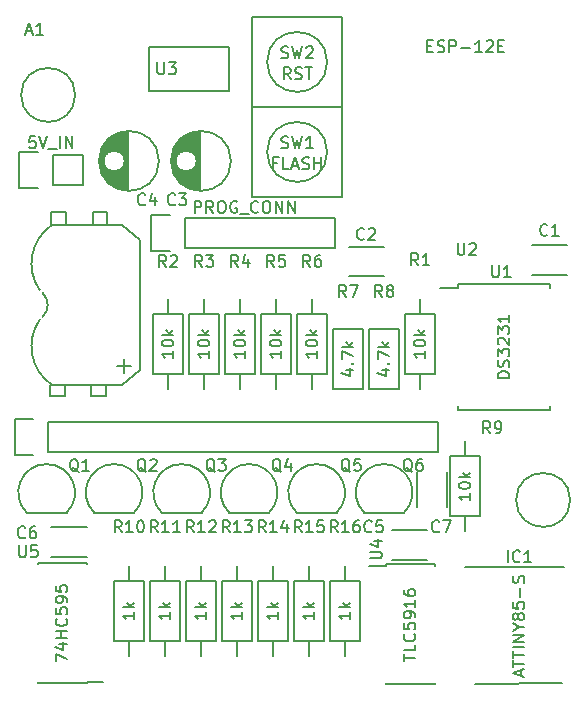
<source format=gbr>
G04 #@! TF.FileFunction,Legend,Top*
%FSLAX46Y46*%
G04 Gerber Fmt 4.6, Leading zero omitted, Abs format (unit mm)*
G04 Created by KiCad (PCBNEW 4.0.2-stable) date Monday, September 19, 2016 'PMt' 09:37:39 PM*
%MOMM*%
G01*
G04 APERTURE LIST*
%ADD10C,0.100000*%
%ADD11C,0.200000*%
%ADD12C,0.150000*%
G04 APERTURE END LIST*
D10*
D11*
X122602714Y-91124067D02*
X123078905Y-91124067D01*
X122507476Y-91409781D02*
X122840809Y-90409781D01*
X123174143Y-91409781D01*
X124031286Y-91409781D02*
X123459857Y-91409781D01*
X123745571Y-91409781D02*
X123745571Y-90409781D01*
X123650333Y-90552638D01*
X123555095Y-90647876D01*
X123459857Y-90695495D01*
D12*
X125978980Y-106420920D02*
X125978980Y-107421680D01*
X124729300Y-106420920D02*
X125978980Y-106420920D01*
X124729300Y-107421680D02*
X124729300Y-106420920D01*
X129479100Y-106420920D02*
X129479100Y-107421680D01*
X129230180Y-106420920D02*
X129479100Y-106420920D01*
X128229420Y-106420920D02*
X129230180Y-106420920D01*
X128229420Y-107421680D02*
X128229420Y-106420920D01*
X125851980Y-121048780D02*
X125851980Y-122049540D01*
X125851980Y-122049540D02*
X124851220Y-122049540D01*
X124851220Y-122049540D02*
X124602300Y-122049540D01*
X124602300Y-122049540D02*
X124602300Y-121048780D01*
X129352100Y-121048780D02*
X129352100Y-122049540D01*
X129352100Y-122049540D02*
X128102420Y-122049540D01*
X128102420Y-122049540D02*
X128102420Y-121048780D01*
X124005400Y-115300760D02*
G75*
G03X124005400Y-113299240I-1000760J1000760D01*
G01*
X126753680Y-107551220D02*
X124752160Y-107551220D01*
X126753680Y-121048780D02*
X124752160Y-121048780D01*
X124752160Y-121048780D02*
G75*
G02X123751400Y-115547140I2250440J3251200D01*
G01*
X124752160Y-107548680D02*
G75*
G03X123751400Y-113050320I2250440J-3251200D01*
G01*
X132252780Y-119799100D02*
X130754180Y-121048780D01*
X130754180Y-121048780D02*
X126753680Y-121048780D01*
X132252780Y-119799100D02*
X132252780Y-108800900D01*
X132252780Y-108800900D02*
X130754180Y-107551220D01*
X130754180Y-107551220D02*
X126753680Y-107551220D01*
X168656000Y-130810000D02*
G75*
G03X168656000Y-130810000I-2286000J0D01*
G01*
X160629600Y-146354800D02*
X167995600Y-146304000D01*
X160680400Y-136448800D02*
X159715200Y-136448800D01*
X160680400Y-136448800D02*
X168148000Y-136448800D01*
X165398000Y-109240000D02*
X168398000Y-109240000D01*
X168398000Y-111740000D02*
X165398000Y-111740000D01*
X149904000Y-109367000D02*
X152904000Y-109367000D01*
X152904000Y-111867000D02*
X149904000Y-111867000D01*
X137319000Y-104607000D02*
X137319000Y-99609000D01*
X137179000Y-104599000D02*
X137179000Y-99617000D01*
X137039000Y-104583000D02*
X137039000Y-102203000D01*
X137039000Y-102013000D02*
X137039000Y-99633000D01*
X136899000Y-104559000D02*
X136899000Y-102598000D01*
X136899000Y-101618000D02*
X136899000Y-99657000D01*
X136759000Y-104526000D02*
X136759000Y-102765000D01*
X136759000Y-101451000D02*
X136759000Y-99690000D01*
X136619000Y-104485000D02*
X136619000Y-102872000D01*
X136619000Y-101344000D02*
X136619000Y-99731000D01*
X136479000Y-104435000D02*
X136479000Y-102943000D01*
X136479000Y-101273000D02*
X136479000Y-99781000D01*
X136339000Y-104374000D02*
X136339000Y-102987000D01*
X136339000Y-101229000D02*
X136339000Y-99842000D01*
X136199000Y-104304000D02*
X136199000Y-103006000D01*
X136199000Y-101210000D02*
X136199000Y-99912000D01*
X136059000Y-104222000D02*
X136059000Y-103004000D01*
X136059000Y-101212000D02*
X136059000Y-99994000D01*
X135919000Y-104127000D02*
X135919000Y-102979000D01*
X135919000Y-101237000D02*
X135919000Y-100089000D01*
X135779000Y-104016000D02*
X135779000Y-102931000D01*
X135779000Y-101285000D02*
X135779000Y-100200000D01*
X135639000Y-103888000D02*
X135639000Y-102853000D01*
X135639000Y-101363000D02*
X135639000Y-100328000D01*
X135499000Y-103739000D02*
X135499000Y-102736000D01*
X135499000Y-101480000D02*
X135499000Y-100477000D01*
X135359000Y-103560000D02*
X135359000Y-102548000D01*
X135359000Y-101668000D02*
X135359000Y-100656000D01*
X135219000Y-103341000D02*
X135219000Y-100875000D01*
X135079000Y-103052000D02*
X135079000Y-101164000D01*
X134939000Y-102580000D02*
X134939000Y-101636000D01*
X137044000Y-102108000D02*
G75*
G03X137044000Y-102108000I-900000J0D01*
G01*
X139931500Y-102108000D02*
G75*
G03X139931500Y-102108000I-2537500J0D01*
G01*
X131223000Y-104607000D02*
X131223000Y-99609000D01*
X131083000Y-104599000D02*
X131083000Y-99617000D01*
X130943000Y-104583000D02*
X130943000Y-102203000D01*
X130943000Y-102013000D02*
X130943000Y-99633000D01*
X130803000Y-104559000D02*
X130803000Y-102598000D01*
X130803000Y-101618000D02*
X130803000Y-99657000D01*
X130663000Y-104526000D02*
X130663000Y-102765000D01*
X130663000Y-101451000D02*
X130663000Y-99690000D01*
X130523000Y-104485000D02*
X130523000Y-102872000D01*
X130523000Y-101344000D02*
X130523000Y-99731000D01*
X130383000Y-104435000D02*
X130383000Y-102943000D01*
X130383000Y-101273000D02*
X130383000Y-99781000D01*
X130243000Y-104374000D02*
X130243000Y-102987000D01*
X130243000Y-101229000D02*
X130243000Y-99842000D01*
X130103000Y-104304000D02*
X130103000Y-103006000D01*
X130103000Y-101210000D02*
X130103000Y-99912000D01*
X129963000Y-104222000D02*
X129963000Y-103004000D01*
X129963000Y-101212000D02*
X129963000Y-99994000D01*
X129823000Y-104127000D02*
X129823000Y-102979000D01*
X129823000Y-101237000D02*
X129823000Y-100089000D01*
X129683000Y-104016000D02*
X129683000Y-102931000D01*
X129683000Y-101285000D02*
X129683000Y-100200000D01*
X129543000Y-103888000D02*
X129543000Y-102853000D01*
X129543000Y-101363000D02*
X129543000Y-100328000D01*
X129403000Y-103739000D02*
X129403000Y-102736000D01*
X129403000Y-101480000D02*
X129403000Y-100477000D01*
X129263000Y-103560000D02*
X129263000Y-102548000D01*
X129263000Y-101668000D02*
X129263000Y-100656000D01*
X129123000Y-103341000D02*
X129123000Y-100875000D01*
X128983000Y-103052000D02*
X128983000Y-101164000D01*
X128843000Y-102580000D02*
X128843000Y-101636000D01*
X130948000Y-102108000D02*
G75*
G03X130948000Y-102108000I-900000J0D01*
G01*
X133835500Y-102108000D02*
G75*
G03X133835500Y-102108000I-2537500J0D01*
G01*
X153547000Y-133370000D02*
X156547000Y-133370000D01*
X156547000Y-135870000D02*
X153547000Y-135870000D01*
X124718000Y-133116000D02*
X127718000Y-133116000D01*
X127718000Y-135616000D02*
X124718000Y-135616000D01*
X155722000Y-131441000D02*
X155722000Y-128441000D01*
X158222000Y-128441000D02*
X158222000Y-131441000D01*
X124841000Y-101600000D02*
X127381000Y-101600000D01*
X122021000Y-101320000D02*
X123571000Y-101320000D01*
X124841000Y-101600000D02*
X124841000Y-104140000D01*
X123571000Y-104420000D02*
X122021000Y-104420000D01*
X122021000Y-104420000D02*
X122021000Y-101320000D01*
X124841000Y-104140000D02*
X127381000Y-104140000D01*
X127381000Y-104140000D02*
X127381000Y-101600000D01*
X136017000Y-106934000D02*
X148717000Y-106934000D01*
X148717000Y-106934000D02*
X148717000Y-109474000D01*
X148717000Y-109474000D02*
X136017000Y-109474000D01*
X133197000Y-106654000D02*
X134747000Y-106654000D01*
X136017000Y-106934000D02*
X136017000Y-109474000D01*
X134747000Y-109754000D02*
X133197000Y-109754000D01*
X133197000Y-109754000D02*
X133197000Y-106654000D01*
X124460000Y-126746000D02*
X157480000Y-126746000D01*
X157480000Y-126746000D02*
X157480000Y-124206000D01*
X157480000Y-124206000D02*
X124460000Y-124206000D01*
X121640000Y-123926000D02*
X123190000Y-123926000D01*
X124460000Y-124206000D02*
X124460000Y-126746000D01*
X123190000Y-127026000D02*
X121640000Y-127026000D01*
X121640000Y-127026000D02*
X121640000Y-123926000D01*
X122633000Y-131875000D02*
X126033000Y-131875000D01*
X122635944Y-131872056D02*
G75*
G02X124333000Y-127775000I1697056J1697056D01*
G01*
X126030056Y-131872056D02*
G75*
G03X124333000Y-127775000I-1697056J1697056D01*
G01*
X128348000Y-131875000D02*
X131748000Y-131875000D01*
X128350944Y-131872056D02*
G75*
G02X130048000Y-127775000I1697056J1697056D01*
G01*
X131745056Y-131872056D02*
G75*
G03X130048000Y-127775000I-1697056J1697056D01*
G01*
X134063000Y-131875000D02*
X137463000Y-131875000D01*
X134065944Y-131872056D02*
G75*
G02X135763000Y-127775000I1697056J1697056D01*
G01*
X137460056Y-131872056D02*
G75*
G03X135763000Y-127775000I-1697056J1697056D01*
G01*
X139778000Y-131875000D02*
X143178000Y-131875000D01*
X139780944Y-131872056D02*
G75*
G02X141478000Y-127775000I1697056J1697056D01*
G01*
X143175056Y-131872056D02*
G75*
G03X141478000Y-127775000I-1697056J1697056D01*
G01*
X145493000Y-131875000D02*
X148893000Y-131875000D01*
X145495944Y-131872056D02*
G75*
G02X147193000Y-127775000I1697056J1697056D01*
G01*
X148890056Y-131872056D02*
G75*
G03X147193000Y-127775000I-1697056J1697056D01*
G01*
X151208000Y-131875000D02*
X154608000Y-131875000D01*
X151210944Y-131872056D02*
G75*
G02X152908000Y-127775000I1697056J1697056D01*
G01*
X154605056Y-131872056D02*
G75*
G03X152908000Y-127775000I-1697056J1697056D01*
G01*
X154686000Y-120142000D02*
X154686000Y-115062000D01*
X154686000Y-115062000D02*
X157226000Y-115062000D01*
X157226000Y-115062000D02*
X157226000Y-120142000D01*
X157226000Y-120142000D02*
X154686000Y-120142000D01*
X155956000Y-120142000D02*
X155956000Y-121412000D01*
X155956000Y-115062000D02*
X155956000Y-113792000D01*
X133350000Y-120142000D02*
X133350000Y-115062000D01*
X133350000Y-115062000D02*
X135890000Y-115062000D01*
X135890000Y-115062000D02*
X135890000Y-120142000D01*
X135890000Y-120142000D02*
X133350000Y-120142000D01*
X134620000Y-120142000D02*
X134620000Y-121412000D01*
X134620000Y-115062000D02*
X134620000Y-113792000D01*
X136398000Y-120142000D02*
X136398000Y-115062000D01*
X136398000Y-115062000D02*
X138938000Y-115062000D01*
X138938000Y-115062000D02*
X138938000Y-120142000D01*
X138938000Y-120142000D02*
X136398000Y-120142000D01*
X137668000Y-120142000D02*
X137668000Y-121412000D01*
X137668000Y-115062000D02*
X137668000Y-113792000D01*
X139446000Y-120142000D02*
X139446000Y-115062000D01*
X139446000Y-115062000D02*
X141986000Y-115062000D01*
X141986000Y-115062000D02*
X141986000Y-120142000D01*
X141986000Y-120142000D02*
X139446000Y-120142000D01*
X140716000Y-120142000D02*
X140716000Y-121412000D01*
X140716000Y-115062000D02*
X140716000Y-113792000D01*
X142494000Y-120142000D02*
X142494000Y-115062000D01*
X142494000Y-115062000D02*
X145034000Y-115062000D01*
X145034000Y-115062000D02*
X145034000Y-120142000D01*
X145034000Y-120142000D02*
X142494000Y-120142000D01*
X143764000Y-120142000D02*
X143764000Y-121412000D01*
X143764000Y-115062000D02*
X143764000Y-113792000D01*
X145542000Y-120142000D02*
X145542000Y-115062000D01*
X145542000Y-115062000D02*
X148082000Y-115062000D01*
X148082000Y-115062000D02*
X148082000Y-120142000D01*
X148082000Y-120142000D02*
X145542000Y-120142000D01*
X146812000Y-120142000D02*
X146812000Y-121412000D01*
X146812000Y-115062000D02*
X146812000Y-113792000D01*
X148590000Y-121412000D02*
X148590000Y-116332000D01*
X148590000Y-116332000D02*
X151130000Y-116332000D01*
X151130000Y-116332000D02*
X151130000Y-121412000D01*
X151130000Y-121412000D02*
X148590000Y-121412000D01*
X151638000Y-121412000D02*
X151638000Y-116332000D01*
X151638000Y-116332000D02*
X154178000Y-116332000D01*
X154178000Y-116332000D02*
X154178000Y-121412000D01*
X154178000Y-121412000D02*
X151638000Y-121412000D01*
X161036000Y-127127000D02*
X161036000Y-132207000D01*
X161036000Y-132207000D02*
X158496000Y-132207000D01*
X158496000Y-132207000D02*
X158496000Y-127127000D01*
X158496000Y-127127000D02*
X161036000Y-127127000D01*
X159766000Y-127127000D02*
X159766000Y-125857000D01*
X159766000Y-132207000D02*
X159766000Y-133477000D01*
X130048000Y-142748000D02*
X130048000Y-137668000D01*
X130048000Y-137668000D02*
X132588000Y-137668000D01*
X132588000Y-137668000D02*
X132588000Y-142748000D01*
X132588000Y-142748000D02*
X130048000Y-142748000D01*
X131318000Y-142748000D02*
X131318000Y-144018000D01*
X131318000Y-137668000D02*
X131318000Y-136398000D01*
X135636000Y-137668000D02*
X135636000Y-142748000D01*
X135636000Y-142748000D02*
X133096000Y-142748000D01*
X133096000Y-142748000D02*
X133096000Y-137668000D01*
X133096000Y-137668000D02*
X135636000Y-137668000D01*
X134366000Y-137668000D02*
X134366000Y-136398000D01*
X134366000Y-142748000D02*
X134366000Y-144018000D01*
X138684000Y-137668000D02*
X138684000Y-142748000D01*
X138684000Y-142748000D02*
X136144000Y-142748000D01*
X136144000Y-142748000D02*
X136144000Y-137668000D01*
X136144000Y-137668000D02*
X138684000Y-137668000D01*
X137414000Y-137668000D02*
X137414000Y-136398000D01*
X137414000Y-142748000D02*
X137414000Y-144018000D01*
X141732000Y-137668000D02*
X141732000Y-142748000D01*
X141732000Y-142748000D02*
X139192000Y-142748000D01*
X139192000Y-142748000D02*
X139192000Y-137668000D01*
X139192000Y-137668000D02*
X141732000Y-137668000D01*
X140462000Y-137668000D02*
X140462000Y-136398000D01*
X140462000Y-142748000D02*
X140462000Y-144018000D01*
X144780000Y-137668000D02*
X144780000Y-142748000D01*
X144780000Y-142748000D02*
X142240000Y-142748000D01*
X142240000Y-142748000D02*
X142240000Y-137668000D01*
X142240000Y-137668000D02*
X144780000Y-137668000D01*
X143510000Y-137668000D02*
X143510000Y-136398000D01*
X143510000Y-142748000D02*
X143510000Y-144018000D01*
X147828000Y-137668000D02*
X147828000Y-142748000D01*
X147828000Y-142748000D02*
X145288000Y-142748000D01*
X145288000Y-142748000D02*
X145288000Y-137668000D01*
X145288000Y-137668000D02*
X147828000Y-137668000D01*
X146558000Y-137668000D02*
X146558000Y-136398000D01*
X146558000Y-142748000D02*
X146558000Y-144018000D01*
X150876000Y-137668000D02*
X150876000Y-142748000D01*
X150876000Y-142748000D02*
X148336000Y-142748000D01*
X148336000Y-142748000D02*
X148336000Y-137668000D01*
X148336000Y-137668000D02*
X150876000Y-137668000D01*
X149606000Y-137668000D02*
X149606000Y-136398000D01*
X149606000Y-142748000D02*
X149606000Y-144018000D01*
X148082000Y-101346000D02*
G75*
G03X148082000Y-101346000I-2540000J0D01*
G01*
X141732000Y-97536000D02*
X149352000Y-97536000D01*
X149352000Y-97536000D02*
X149352000Y-105156000D01*
X149352000Y-105156000D02*
X141732000Y-105156000D01*
X141732000Y-97536000D02*
X141732000Y-105156000D01*
X148082000Y-93726000D02*
G75*
G03X148082000Y-93726000I-2540000J0D01*
G01*
X141732000Y-89916000D02*
X149352000Y-89916000D01*
X149352000Y-89916000D02*
X149352000Y-97536000D01*
X149352000Y-97536000D02*
X141732000Y-97536000D01*
X141732000Y-89916000D02*
X141732000Y-97536000D01*
X159193000Y-112531000D02*
X159193000Y-112886000D01*
X166943000Y-112531000D02*
X166943000Y-112886000D01*
X166943000Y-123181000D02*
X166943000Y-122826000D01*
X159193000Y-123181000D02*
X159193000Y-122826000D01*
X159193000Y-112531000D02*
X166943000Y-112531000D01*
X159193000Y-123181000D02*
X166943000Y-123181000D01*
X159193000Y-112886000D02*
X157668000Y-112886000D01*
X153025000Y-136276000D02*
X153025000Y-136381000D01*
X157175000Y-136276000D02*
X157175000Y-136381000D01*
X157175000Y-146426000D02*
X157175000Y-146321000D01*
X153025000Y-146426000D02*
X153025000Y-146321000D01*
X153025000Y-136276000D02*
X157175000Y-136276000D01*
X153025000Y-146426000D02*
X157175000Y-146426000D01*
X153025000Y-136381000D02*
X151650000Y-136381000D01*
X127711000Y-146299000D02*
X127711000Y-146194000D01*
X123561000Y-146299000D02*
X123561000Y-146194000D01*
X123561000Y-136149000D02*
X123561000Y-136254000D01*
X127711000Y-136149000D02*
X127711000Y-136254000D01*
X127711000Y-146299000D02*
X123561000Y-146299000D01*
X127711000Y-136149000D02*
X123561000Y-136149000D01*
X127711000Y-146194000D02*
X129086000Y-146194000D01*
X139734000Y-92459000D02*
X139734000Y-96159000D01*
X133034000Y-92459000D02*
X139734000Y-92459000D01*
X133034000Y-96159000D02*
X133034000Y-92459000D01*
X133034000Y-96159000D02*
X139734000Y-96159000D01*
X126746000Y-96520000D02*
G75*
G03X126746000Y-96520000I-2286000J0D01*
G01*
X130908757Y-120079951D02*
X130908757Y-118918808D01*
X131489329Y-119499379D02*
X130328186Y-119499379D01*
X163361810Y-136088381D02*
X163361810Y-135088381D01*
X164409429Y-135993143D02*
X164361810Y-136040762D01*
X164218953Y-136088381D01*
X164123715Y-136088381D01*
X163980857Y-136040762D01*
X163885619Y-135945524D01*
X163838000Y-135850286D01*
X163790381Y-135659810D01*
X163790381Y-135516952D01*
X163838000Y-135326476D01*
X163885619Y-135231238D01*
X163980857Y-135136000D01*
X164123715Y-135088381D01*
X164218953Y-135088381D01*
X164361810Y-135136000D01*
X164409429Y-135183619D01*
X165361810Y-136088381D02*
X164790381Y-136088381D01*
X165076095Y-136088381D02*
X165076095Y-135088381D01*
X164980857Y-135231238D01*
X164885619Y-135326476D01*
X164790381Y-135374095D01*
X164504667Y-145716095D02*
X164504667Y-145239904D01*
X164790381Y-145811333D02*
X163790381Y-145478000D01*
X164790381Y-145144666D01*
X163790381Y-144954190D02*
X163790381Y-144382761D01*
X164790381Y-144668476D02*
X163790381Y-144668476D01*
X163790381Y-144192285D02*
X163790381Y-143620856D01*
X164790381Y-143906571D02*
X163790381Y-143906571D01*
X164790381Y-143287523D02*
X163790381Y-143287523D01*
X164790381Y-142811333D02*
X163790381Y-142811333D01*
X164790381Y-142239904D01*
X163790381Y-142239904D01*
X164314190Y-141573238D02*
X164790381Y-141573238D01*
X163790381Y-141906571D02*
X164314190Y-141573238D01*
X163790381Y-141239904D01*
X164218952Y-140763714D02*
X164171333Y-140858952D01*
X164123714Y-140906571D01*
X164028476Y-140954190D01*
X163980857Y-140954190D01*
X163885619Y-140906571D01*
X163838000Y-140858952D01*
X163790381Y-140763714D01*
X163790381Y-140573237D01*
X163838000Y-140477999D01*
X163885619Y-140430380D01*
X163980857Y-140382761D01*
X164028476Y-140382761D01*
X164123714Y-140430380D01*
X164171333Y-140477999D01*
X164218952Y-140573237D01*
X164218952Y-140763714D01*
X164266571Y-140858952D01*
X164314190Y-140906571D01*
X164409429Y-140954190D01*
X164599905Y-140954190D01*
X164695143Y-140906571D01*
X164742762Y-140858952D01*
X164790381Y-140763714D01*
X164790381Y-140573237D01*
X164742762Y-140477999D01*
X164695143Y-140430380D01*
X164599905Y-140382761D01*
X164409429Y-140382761D01*
X164314190Y-140430380D01*
X164266571Y-140477999D01*
X164218952Y-140573237D01*
X163790381Y-139477999D02*
X163790381Y-139954190D01*
X164266571Y-140001809D01*
X164218952Y-139954190D01*
X164171333Y-139858952D01*
X164171333Y-139620856D01*
X164218952Y-139525618D01*
X164266571Y-139477999D01*
X164361810Y-139430380D01*
X164599905Y-139430380D01*
X164695143Y-139477999D01*
X164742762Y-139525618D01*
X164790381Y-139620856D01*
X164790381Y-139858952D01*
X164742762Y-139954190D01*
X164695143Y-140001809D01*
X164409429Y-139001809D02*
X164409429Y-138239904D01*
X164742762Y-137811333D02*
X164790381Y-137668476D01*
X164790381Y-137430380D01*
X164742762Y-137335142D01*
X164695143Y-137287523D01*
X164599905Y-137239904D01*
X164504667Y-137239904D01*
X164409429Y-137287523D01*
X164361810Y-137335142D01*
X164314190Y-137430380D01*
X164266571Y-137620857D01*
X164218952Y-137716095D01*
X164171333Y-137763714D01*
X164076095Y-137811333D01*
X163980857Y-137811333D01*
X163885619Y-137763714D01*
X163838000Y-137716095D01*
X163790381Y-137620857D01*
X163790381Y-137382761D01*
X163838000Y-137239904D01*
X166731334Y-108347143D02*
X166683715Y-108394762D01*
X166540858Y-108442381D01*
X166445620Y-108442381D01*
X166302762Y-108394762D01*
X166207524Y-108299524D01*
X166159905Y-108204286D01*
X166112286Y-108013810D01*
X166112286Y-107870952D01*
X166159905Y-107680476D01*
X166207524Y-107585238D01*
X166302762Y-107490000D01*
X166445620Y-107442381D01*
X166540858Y-107442381D01*
X166683715Y-107490000D01*
X166731334Y-107537619D01*
X167683715Y-108442381D02*
X167112286Y-108442381D01*
X167398000Y-108442381D02*
X167398000Y-107442381D01*
X167302762Y-107585238D01*
X167207524Y-107680476D01*
X167112286Y-107728095D01*
X151217334Y-108688143D02*
X151169715Y-108735762D01*
X151026858Y-108783381D01*
X150931620Y-108783381D01*
X150788762Y-108735762D01*
X150693524Y-108640524D01*
X150645905Y-108545286D01*
X150598286Y-108354810D01*
X150598286Y-108211952D01*
X150645905Y-108021476D01*
X150693524Y-107926238D01*
X150788762Y-107831000D01*
X150931620Y-107783381D01*
X151026858Y-107783381D01*
X151169715Y-107831000D01*
X151217334Y-107878619D01*
X151598286Y-107878619D02*
X151645905Y-107831000D01*
X151741143Y-107783381D01*
X151979239Y-107783381D01*
X152074477Y-107831000D01*
X152122096Y-107878619D01*
X152169715Y-107973857D01*
X152169715Y-108069095D01*
X152122096Y-108211952D01*
X151550667Y-108783381D01*
X152169715Y-108783381D01*
X135215334Y-105767143D02*
X135167715Y-105814762D01*
X135024858Y-105862381D01*
X134929620Y-105862381D01*
X134786762Y-105814762D01*
X134691524Y-105719524D01*
X134643905Y-105624286D01*
X134596286Y-105433810D01*
X134596286Y-105290952D01*
X134643905Y-105100476D01*
X134691524Y-105005238D01*
X134786762Y-104910000D01*
X134929620Y-104862381D01*
X135024858Y-104862381D01*
X135167715Y-104910000D01*
X135215334Y-104957619D01*
X135548667Y-104862381D02*
X136167715Y-104862381D01*
X135834381Y-105243333D01*
X135977239Y-105243333D01*
X136072477Y-105290952D01*
X136120096Y-105338571D01*
X136167715Y-105433810D01*
X136167715Y-105671905D01*
X136120096Y-105767143D01*
X136072477Y-105814762D01*
X135977239Y-105862381D01*
X135691524Y-105862381D01*
X135596286Y-105814762D01*
X135548667Y-105767143D01*
X132675334Y-105767143D02*
X132627715Y-105814762D01*
X132484858Y-105862381D01*
X132389620Y-105862381D01*
X132246762Y-105814762D01*
X132151524Y-105719524D01*
X132103905Y-105624286D01*
X132056286Y-105433810D01*
X132056286Y-105290952D01*
X132103905Y-105100476D01*
X132151524Y-105005238D01*
X132246762Y-104910000D01*
X132389620Y-104862381D01*
X132484858Y-104862381D01*
X132627715Y-104910000D01*
X132675334Y-104957619D01*
X133532477Y-105195714D02*
X133532477Y-105862381D01*
X133294381Y-104814762D02*
X133056286Y-105529048D01*
X133675334Y-105529048D01*
X151852334Y-133453143D02*
X151804715Y-133500762D01*
X151661858Y-133548381D01*
X151566620Y-133548381D01*
X151423762Y-133500762D01*
X151328524Y-133405524D01*
X151280905Y-133310286D01*
X151233286Y-133119810D01*
X151233286Y-132976952D01*
X151280905Y-132786476D01*
X151328524Y-132691238D01*
X151423762Y-132596000D01*
X151566620Y-132548381D01*
X151661858Y-132548381D01*
X151804715Y-132596000D01*
X151852334Y-132643619D01*
X152757096Y-132548381D02*
X152280905Y-132548381D01*
X152233286Y-133024571D01*
X152280905Y-132976952D01*
X152376143Y-132929333D01*
X152614239Y-132929333D01*
X152709477Y-132976952D01*
X152757096Y-133024571D01*
X152804715Y-133119810D01*
X152804715Y-133357905D01*
X152757096Y-133453143D01*
X152709477Y-133500762D01*
X152614239Y-133548381D01*
X152376143Y-133548381D01*
X152280905Y-133500762D01*
X152233286Y-133453143D01*
X122515334Y-133961143D02*
X122467715Y-134008762D01*
X122324858Y-134056381D01*
X122229620Y-134056381D01*
X122086762Y-134008762D01*
X121991524Y-133913524D01*
X121943905Y-133818286D01*
X121896286Y-133627810D01*
X121896286Y-133484952D01*
X121943905Y-133294476D01*
X121991524Y-133199238D01*
X122086762Y-133104000D01*
X122229620Y-133056381D01*
X122324858Y-133056381D01*
X122467715Y-133104000D01*
X122515334Y-133151619D01*
X123372477Y-133056381D02*
X123182000Y-133056381D01*
X123086762Y-133104000D01*
X123039143Y-133151619D01*
X122943905Y-133294476D01*
X122896286Y-133484952D01*
X122896286Y-133865905D01*
X122943905Y-133961143D01*
X122991524Y-134008762D01*
X123086762Y-134056381D01*
X123277239Y-134056381D01*
X123372477Y-134008762D01*
X123420096Y-133961143D01*
X123467715Y-133865905D01*
X123467715Y-133627810D01*
X123420096Y-133532571D01*
X123372477Y-133484952D01*
X123277239Y-133437333D01*
X123086762Y-133437333D01*
X122991524Y-133484952D01*
X122943905Y-133532571D01*
X122896286Y-133627810D01*
X157567334Y-133453143D02*
X157519715Y-133500762D01*
X157376858Y-133548381D01*
X157281620Y-133548381D01*
X157138762Y-133500762D01*
X157043524Y-133405524D01*
X156995905Y-133310286D01*
X156948286Y-133119810D01*
X156948286Y-132976952D01*
X156995905Y-132786476D01*
X157043524Y-132691238D01*
X157138762Y-132596000D01*
X157281620Y-132548381D01*
X157376858Y-132548381D01*
X157519715Y-132596000D01*
X157567334Y-132643619D01*
X157900667Y-132548381D02*
X158567334Y-132548381D01*
X158138762Y-133548381D01*
X123380667Y-100036381D02*
X122904476Y-100036381D01*
X122856857Y-100512571D01*
X122904476Y-100464952D01*
X122999714Y-100417333D01*
X123237810Y-100417333D01*
X123333048Y-100464952D01*
X123380667Y-100512571D01*
X123428286Y-100607810D01*
X123428286Y-100845905D01*
X123380667Y-100941143D01*
X123333048Y-100988762D01*
X123237810Y-101036381D01*
X122999714Y-101036381D01*
X122904476Y-100988762D01*
X122856857Y-100941143D01*
X123714000Y-100036381D02*
X124047333Y-101036381D01*
X124380667Y-100036381D01*
X124475905Y-101131619D02*
X125237810Y-101131619D01*
X125475905Y-101036381D02*
X125475905Y-100036381D01*
X125952095Y-101036381D02*
X125952095Y-100036381D01*
X126523524Y-101036381D01*
X126523524Y-100036381D01*
X136858905Y-106497381D02*
X136858905Y-105497381D01*
X137239858Y-105497381D01*
X137335096Y-105545000D01*
X137382715Y-105592619D01*
X137430334Y-105687857D01*
X137430334Y-105830714D01*
X137382715Y-105925952D01*
X137335096Y-105973571D01*
X137239858Y-106021190D01*
X136858905Y-106021190D01*
X138430334Y-106497381D02*
X138097000Y-106021190D01*
X137858905Y-106497381D02*
X137858905Y-105497381D01*
X138239858Y-105497381D01*
X138335096Y-105545000D01*
X138382715Y-105592619D01*
X138430334Y-105687857D01*
X138430334Y-105830714D01*
X138382715Y-105925952D01*
X138335096Y-105973571D01*
X138239858Y-106021190D01*
X137858905Y-106021190D01*
X139049381Y-105497381D02*
X139239858Y-105497381D01*
X139335096Y-105545000D01*
X139430334Y-105640238D01*
X139477953Y-105830714D01*
X139477953Y-106164048D01*
X139430334Y-106354524D01*
X139335096Y-106449762D01*
X139239858Y-106497381D01*
X139049381Y-106497381D01*
X138954143Y-106449762D01*
X138858905Y-106354524D01*
X138811286Y-106164048D01*
X138811286Y-105830714D01*
X138858905Y-105640238D01*
X138954143Y-105545000D01*
X139049381Y-105497381D01*
X140430334Y-105545000D02*
X140335096Y-105497381D01*
X140192239Y-105497381D01*
X140049381Y-105545000D01*
X139954143Y-105640238D01*
X139906524Y-105735476D01*
X139858905Y-105925952D01*
X139858905Y-106068810D01*
X139906524Y-106259286D01*
X139954143Y-106354524D01*
X140049381Y-106449762D01*
X140192239Y-106497381D01*
X140287477Y-106497381D01*
X140430334Y-106449762D01*
X140477953Y-106402143D01*
X140477953Y-106068810D01*
X140287477Y-106068810D01*
X140668429Y-106592619D02*
X141430334Y-106592619D01*
X142239858Y-106402143D02*
X142192239Y-106449762D01*
X142049382Y-106497381D01*
X141954144Y-106497381D01*
X141811286Y-106449762D01*
X141716048Y-106354524D01*
X141668429Y-106259286D01*
X141620810Y-106068810D01*
X141620810Y-105925952D01*
X141668429Y-105735476D01*
X141716048Y-105640238D01*
X141811286Y-105545000D01*
X141954144Y-105497381D01*
X142049382Y-105497381D01*
X142192239Y-105545000D01*
X142239858Y-105592619D01*
X142858905Y-105497381D02*
X143049382Y-105497381D01*
X143144620Y-105545000D01*
X143239858Y-105640238D01*
X143287477Y-105830714D01*
X143287477Y-106164048D01*
X143239858Y-106354524D01*
X143144620Y-106449762D01*
X143049382Y-106497381D01*
X142858905Y-106497381D01*
X142763667Y-106449762D01*
X142668429Y-106354524D01*
X142620810Y-106164048D01*
X142620810Y-105830714D01*
X142668429Y-105640238D01*
X142763667Y-105545000D01*
X142858905Y-105497381D01*
X143716048Y-106497381D02*
X143716048Y-105497381D01*
X144287477Y-106497381D01*
X144287477Y-105497381D01*
X144763667Y-106497381D02*
X144763667Y-105497381D01*
X145335096Y-106497381D01*
X145335096Y-105497381D01*
X127031762Y-128436619D02*
X126936524Y-128389000D01*
X126841286Y-128293762D01*
X126698429Y-128150905D01*
X126603190Y-128103286D01*
X126507952Y-128103286D01*
X126555571Y-128341381D02*
X126460333Y-128293762D01*
X126365095Y-128198524D01*
X126317476Y-128008048D01*
X126317476Y-127674714D01*
X126365095Y-127484238D01*
X126460333Y-127389000D01*
X126555571Y-127341381D01*
X126746048Y-127341381D01*
X126841286Y-127389000D01*
X126936524Y-127484238D01*
X126984143Y-127674714D01*
X126984143Y-128008048D01*
X126936524Y-128198524D01*
X126841286Y-128293762D01*
X126746048Y-128341381D01*
X126555571Y-128341381D01*
X127936524Y-128341381D02*
X127365095Y-128341381D01*
X127650809Y-128341381D02*
X127650809Y-127341381D01*
X127555571Y-127484238D01*
X127460333Y-127579476D01*
X127365095Y-127627095D01*
X132746762Y-128436619D02*
X132651524Y-128389000D01*
X132556286Y-128293762D01*
X132413429Y-128150905D01*
X132318190Y-128103286D01*
X132222952Y-128103286D01*
X132270571Y-128341381D02*
X132175333Y-128293762D01*
X132080095Y-128198524D01*
X132032476Y-128008048D01*
X132032476Y-127674714D01*
X132080095Y-127484238D01*
X132175333Y-127389000D01*
X132270571Y-127341381D01*
X132461048Y-127341381D01*
X132556286Y-127389000D01*
X132651524Y-127484238D01*
X132699143Y-127674714D01*
X132699143Y-128008048D01*
X132651524Y-128198524D01*
X132556286Y-128293762D01*
X132461048Y-128341381D01*
X132270571Y-128341381D01*
X133080095Y-127436619D02*
X133127714Y-127389000D01*
X133222952Y-127341381D01*
X133461048Y-127341381D01*
X133556286Y-127389000D01*
X133603905Y-127436619D01*
X133651524Y-127531857D01*
X133651524Y-127627095D01*
X133603905Y-127769952D01*
X133032476Y-128341381D01*
X133651524Y-128341381D01*
X138588762Y-128436619D02*
X138493524Y-128389000D01*
X138398286Y-128293762D01*
X138255429Y-128150905D01*
X138160190Y-128103286D01*
X138064952Y-128103286D01*
X138112571Y-128341381D02*
X138017333Y-128293762D01*
X137922095Y-128198524D01*
X137874476Y-128008048D01*
X137874476Y-127674714D01*
X137922095Y-127484238D01*
X138017333Y-127389000D01*
X138112571Y-127341381D01*
X138303048Y-127341381D01*
X138398286Y-127389000D01*
X138493524Y-127484238D01*
X138541143Y-127674714D01*
X138541143Y-128008048D01*
X138493524Y-128198524D01*
X138398286Y-128293762D01*
X138303048Y-128341381D01*
X138112571Y-128341381D01*
X138874476Y-127341381D02*
X139493524Y-127341381D01*
X139160190Y-127722333D01*
X139303048Y-127722333D01*
X139398286Y-127769952D01*
X139445905Y-127817571D01*
X139493524Y-127912810D01*
X139493524Y-128150905D01*
X139445905Y-128246143D01*
X139398286Y-128293762D01*
X139303048Y-128341381D01*
X139017333Y-128341381D01*
X138922095Y-128293762D01*
X138874476Y-128246143D01*
X144176762Y-128436619D02*
X144081524Y-128389000D01*
X143986286Y-128293762D01*
X143843429Y-128150905D01*
X143748190Y-128103286D01*
X143652952Y-128103286D01*
X143700571Y-128341381D02*
X143605333Y-128293762D01*
X143510095Y-128198524D01*
X143462476Y-128008048D01*
X143462476Y-127674714D01*
X143510095Y-127484238D01*
X143605333Y-127389000D01*
X143700571Y-127341381D01*
X143891048Y-127341381D01*
X143986286Y-127389000D01*
X144081524Y-127484238D01*
X144129143Y-127674714D01*
X144129143Y-128008048D01*
X144081524Y-128198524D01*
X143986286Y-128293762D01*
X143891048Y-128341381D01*
X143700571Y-128341381D01*
X144986286Y-127674714D02*
X144986286Y-128341381D01*
X144748190Y-127293762D02*
X144510095Y-128008048D01*
X145129143Y-128008048D01*
X150018762Y-128436619D02*
X149923524Y-128389000D01*
X149828286Y-128293762D01*
X149685429Y-128150905D01*
X149590190Y-128103286D01*
X149494952Y-128103286D01*
X149542571Y-128341381D02*
X149447333Y-128293762D01*
X149352095Y-128198524D01*
X149304476Y-128008048D01*
X149304476Y-127674714D01*
X149352095Y-127484238D01*
X149447333Y-127389000D01*
X149542571Y-127341381D01*
X149733048Y-127341381D01*
X149828286Y-127389000D01*
X149923524Y-127484238D01*
X149971143Y-127674714D01*
X149971143Y-128008048D01*
X149923524Y-128198524D01*
X149828286Y-128293762D01*
X149733048Y-128341381D01*
X149542571Y-128341381D01*
X150875905Y-127341381D02*
X150399714Y-127341381D01*
X150352095Y-127817571D01*
X150399714Y-127769952D01*
X150494952Y-127722333D01*
X150733048Y-127722333D01*
X150828286Y-127769952D01*
X150875905Y-127817571D01*
X150923524Y-127912810D01*
X150923524Y-128150905D01*
X150875905Y-128246143D01*
X150828286Y-128293762D01*
X150733048Y-128341381D01*
X150494952Y-128341381D01*
X150399714Y-128293762D01*
X150352095Y-128246143D01*
X155276562Y-128436619D02*
X155181324Y-128389000D01*
X155086086Y-128293762D01*
X154943229Y-128150905D01*
X154847990Y-128103286D01*
X154752752Y-128103286D01*
X154800371Y-128341381D02*
X154705133Y-128293762D01*
X154609895Y-128198524D01*
X154562276Y-128008048D01*
X154562276Y-127674714D01*
X154609895Y-127484238D01*
X154705133Y-127389000D01*
X154800371Y-127341381D01*
X154990848Y-127341381D01*
X155086086Y-127389000D01*
X155181324Y-127484238D01*
X155228943Y-127674714D01*
X155228943Y-128008048D01*
X155181324Y-128198524D01*
X155086086Y-128293762D01*
X154990848Y-128341381D01*
X154800371Y-128341381D01*
X156086086Y-127341381D02*
X155895609Y-127341381D01*
X155800371Y-127389000D01*
X155752752Y-127436619D01*
X155657514Y-127579476D01*
X155609895Y-127769952D01*
X155609895Y-128150905D01*
X155657514Y-128246143D01*
X155705133Y-128293762D01*
X155800371Y-128341381D01*
X155990848Y-128341381D01*
X156086086Y-128293762D01*
X156133705Y-128246143D01*
X156181324Y-128150905D01*
X156181324Y-127912810D01*
X156133705Y-127817571D01*
X156086086Y-127769952D01*
X155990848Y-127722333D01*
X155800371Y-127722333D01*
X155705133Y-127769952D01*
X155657514Y-127817571D01*
X155609895Y-127912810D01*
X155789334Y-110942381D02*
X155456000Y-110466190D01*
X155217905Y-110942381D02*
X155217905Y-109942381D01*
X155598858Y-109942381D01*
X155694096Y-109990000D01*
X155741715Y-110037619D01*
X155789334Y-110132857D01*
X155789334Y-110275714D01*
X155741715Y-110370952D01*
X155694096Y-110418571D01*
X155598858Y-110466190D01*
X155217905Y-110466190D01*
X156741715Y-110942381D02*
X156170286Y-110942381D01*
X156456000Y-110942381D02*
X156456000Y-109942381D01*
X156360762Y-110085238D01*
X156265524Y-110180476D01*
X156170286Y-110228095D01*
X156408381Y-118197238D02*
X156408381Y-118768667D01*
X156408381Y-118482953D02*
X155408381Y-118482953D01*
X155551238Y-118578191D01*
X155646476Y-118673429D01*
X155694095Y-118768667D01*
X155408381Y-117578191D02*
X155408381Y-117482952D01*
X155456000Y-117387714D01*
X155503619Y-117340095D01*
X155598857Y-117292476D01*
X155789333Y-117244857D01*
X156027429Y-117244857D01*
X156217905Y-117292476D01*
X156313143Y-117340095D01*
X156360762Y-117387714D01*
X156408381Y-117482952D01*
X156408381Y-117578191D01*
X156360762Y-117673429D01*
X156313143Y-117721048D01*
X156217905Y-117768667D01*
X156027429Y-117816286D01*
X155789333Y-117816286D01*
X155598857Y-117768667D01*
X155503619Y-117721048D01*
X155456000Y-117673429D01*
X155408381Y-117578191D01*
X156408381Y-116816286D02*
X155408381Y-116816286D01*
X156027429Y-116721048D02*
X156408381Y-116435333D01*
X155741714Y-116435333D02*
X156122667Y-116816286D01*
X134453334Y-111069381D02*
X134120000Y-110593190D01*
X133881905Y-111069381D02*
X133881905Y-110069381D01*
X134262858Y-110069381D01*
X134358096Y-110117000D01*
X134405715Y-110164619D01*
X134453334Y-110259857D01*
X134453334Y-110402714D01*
X134405715Y-110497952D01*
X134358096Y-110545571D01*
X134262858Y-110593190D01*
X133881905Y-110593190D01*
X134834286Y-110164619D02*
X134881905Y-110117000D01*
X134977143Y-110069381D01*
X135215239Y-110069381D01*
X135310477Y-110117000D01*
X135358096Y-110164619D01*
X135405715Y-110259857D01*
X135405715Y-110355095D01*
X135358096Y-110497952D01*
X134786667Y-111069381D01*
X135405715Y-111069381D01*
X135072381Y-118197238D02*
X135072381Y-118768667D01*
X135072381Y-118482953D02*
X134072381Y-118482953D01*
X134215238Y-118578191D01*
X134310476Y-118673429D01*
X134358095Y-118768667D01*
X134072381Y-117578191D02*
X134072381Y-117482952D01*
X134120000Y-117387714D01*
X134167619Y-117340095D01*
X134262857Y-117292476D01*
X134453333Y-117244857D01*
X134691429Y-117244857D01*
X134881905Y-117292476D01*
X134977143Y-117340095D01*
X135024762Y-117387714D01*
X135072381Y-117482952D01*
X135072381Y-117578191D01*
X135024762Y-117673429D01*
X134977143Y-117721048D01*
X134881905Y-117768667D01*
X134691429Y-117816286D01*
X134453333Y-117816286D01*
X134262857Y-117768667D01*
X134167619Y-117721048D01*
X134120000Y-117673429D01*
X134072381Y-117578191D01*
X135072381Y-116816286D02*
X134072381Y-116816286D01*
X134691429Y-116721048D02*
X135072381Y-116435333D01*
X134405714Y-116435333D02*
X134786667Y-116816286D01*
X137501334Y-111069381D02*
X137168000Y-110593190D01*
X136929905Y-111069381D02*
X136929905Y-110069381D01*
X137310858Y-110069381D01*
X137406096Y-110117000D01*
X137453715Y-110164619D01*
X137501334Y-110259857D01*
X137501334Y-110402714D01*
X137453715Y-110497952D01*
X137406096Y-110545571D01*
X137310858Y-110593190D01*
X136929905Y-110593190D01*
X137834667Y-110069381D02*
X138453715Y-110069381D01*
X138120381Y-110450333D01*
X138263239Y-110450333D01*
X138358477Y-110497952D01*
X138406096Y-110545571D01*
X138453715Y-110640810D01*
X138453715Y-110878905D01*
X138406096Y-110974143D01*
X138358477Y-111021762D01*
X138263239Y-111069381D01*
X137977524Y-111069381D01*
X137882286Y-111021762D01*
X137834667Y-110974143D01*
X138120381Y-118197238D02*
X138120381Y-118768667D01*
X138120381Y-118482953D02*
X137120381Y-118482953D01*
X137263238Y-118578191D01*
X137358476Y-118673429D01*
X137406095Y-118768667D01*
X137120381Y-117578191D02*
X137120381Y-117482952D01*
X137168000Y-117387714D01*
X137215619Y-117340095D01*
X137310857Y-117292476D01*
X137501333Y-117244857D01*
X137739429Y-117244857D01*
X137929905Y-117292476D01*
X138025143Y-117340095D01*
X138072762Y-117387714D01*
X138120381Y-117482952D01*
X138120381Y-117578191D01*
X138072762Y-117673429D01*
X138025143Y-117721048D01*
X137929905Y-117768667D01*
X137739429Y-117816286D01*
X137501333Y-117816286D01*
X137310857Y-117768667D01*
X137215619Y-117721048D01*
X137168000Y-117673429D01*
X137120381Y-117578191D01*
X138120381Y-116816286D02*
X137120381Y-116816286D01*
X137739429Y-116721048D02*
X138120381Y-116435333D01*
X137453714Y-116435333D02*
X137834667Y-116816286D01*
X140549334Y-111069381D02*
X140216000Y-110593190D01*
X139977905Y-111069381D02*
X139977905Y-110069381D01*
X140358858Y-110069381D01*
X140454096Y-110117000D01*
X140501715Y-110164619D01*
X140549334Y-110259857D01*
X140549334Y-110402714D01*
X140501715Y-110497952D01*
X140454096Y-110545571D01*
X140358858Y-110593190D01*
X139977905Y-110593190D01*
X141406477Y-110402714D02*
X141406477Y-111069381D01*
X141168381Y-110021762D02*
X140930286Y-110736048D01*
X141549334Y-110736048D01*
X141168381Y-118197238D02*
X141168381Y-118768667D01*
X141168381Y-118482953D02*
X140168381Y-118482953D01*
X140311238Y-118578191D01*
X140406476Y-118673429D01*
X140454095Y-118768667D01*
X140168381Y-117578191D02*
X140168381Y-117482952D01*
X140216000Y-117387714D01*
X140263619Y-117340095D01*
X140358857Y-117292476D01*
X140549333Y-117244857D01*
X140787429Y-117244857D01*
X140977905Y-117292476D01*
X141073143Y-117340095D01*
X141120762Y-117387714D01*
X141168381Y-117482952D01*
X141168381Y-117578191D01*
X141120762Y-117673429D01*
X141073143Y-117721048D01*
X140977905Y-117768667D01*
X140787429Y-117816286D01*
X140549333Y-117816286D01*
X140358857Y-117768667D01*
X140263619Y-117721048D01*
X140216000Y-117673429D01*
X140168381Y-117578191D01*
X141168381Y-116816286D02*
X140168381Y-116816286D01*
X140787429Y-116721048D02*
X141168381Y-116435333D01*
X140501714Y-116435333D02*
X140882667Y-116816286D01*
X143597334Y-111069381D02*
X143264000Y-110593190D01*
X143025905Y-111069381D02*
X143025905Y-110069381D01*
X143406858Y-110069381D01*
X143502096Y-110117000D01*
X143549715Y-110164619D01*
X143597334Y-110259857D01*
X143597334Y-110402714D01*
X143549715Y-110497952D01*
X143502096Y-110545571D01*
X143406858Y-110593190D01*
X143025905Y-110593190D01*
X144502096Y-110069381D02*
X144025905Y-110069381D01*
X143978286Y-110545571D01*
X144025905Y-110497952D01*
X144121143Y-110450333D01*
X144359239Y-110450333D01*
X144454477Y-110497952D01*
X144502096Y-110545571D01*
X144549715Y-110640810D01*
X144549715Y-110878905D01*
X144502096Y-110974143D01*
X144454477Y-111021762D01*
X144359239Y-111069381D01*
X144121143Y-111069381D01*
X144025905Y-111021762D01*
X143978286Y-110974143D01*
X144216381Y-118197238D02*
X144216381Y-118768667D01*
X144216381Y-118482953D02*
X143216381Y-118482953D01*
X143359238Y-118578191D01*
X143454476Y-118673429D01*
X143502095Y-118768667D01*
X143216381Y-117578191D02*
X143216381Y-117482952D01*
X143264000Y-117387714D01*
X143311619Y-117340095D01*
X143406857Y-117292476D01*
X143597333Y-117244857D01*
X143835429Y-117244857D01*
X144025905Y-117292476D01*
X144121143Y-117340095D01*
X144168762Y-117387714D01*
X144216381Y-117482952D01*
X144216381Y-117578191D01*
X144168762Y-117673429D01*
X144121143Y-117721048D01*
X144025905Y-117768667D01*
X143835429Y-117816286D01*
X143597333Y-117816286D01*
X143406857Y-117768667D01*
X143311619Y-117721048D01*
X143264000Y-117673429D01*
X143216381Y-117578191D01*
X144216381Y-116816286D02*
X143216381Y-116816286D01*
X143835429Y-116721048D02*
X144216381Y-116435333D01*
X143549714Y-116435333D02*
X143930667Y-116816286D01*
X146645334Y-111069381D02*
X146312000Y-110593190D01*
X146073905Y-111069381D02*
X146073905Y-110069381D01*
X146454858Y-110069381D01*
X146550096Y-110117000D01*
X146597715Y-110164619D01*
X146645334Y-110259857D01*
X146645334Y-110402714D01*
X146597715Y-110497952D01*
X146550096Y-110545571D01*
X146454858Y-110593190D01*
X146073905Y-110593190D01*
X147502477Y-110069381D02*
X147312000Y-110069381D01*
X147216762Y-110117000D01*
X147169143Y-110164619D01*
X147073905Y-110307476D01*
X147026286Y-110497952D01*
X147026286Y-110878905D01*
X147073905Y-110974143D01*
X147121524Y-111021762D01*
X147216762Y-111069381D01*
X147407239Y-111069381D01*
X147502477Y-111021762D01*
X147550096Y-110974143D01*
X147597715Y-110878905D01*
X147597715Y-110640810D01*
X147550096Y-110545571D01*
X147502477Y-110497952D01*
X147407239Y-110450333D01*
X147216762Y-110450333D01*
X147121524Y-110497952D01*
X147073905Y-110545571D01*
X147026286Y-110640810D01*
X147264381Y-118197238D02*
X147264381Y-118768667D01*
X147264381Y-118482953D02*
X146264381Y-118482953D01*
X146407238Y-118578191D01*
X146502476Y-118673429D01*
X146550095Y-118768667D01*
X146264381Y-117578191D02*
X146264381Y-117482952D01*
X146312000Y-117387714D01*
X146359619Y-117340095D01*
X146454857Y-117292476D01*
X146645333Y-117244857D01*
X146883429Y-117244857D01*
X147073905Y-117292476D01*
X147169143Y-117340095D01*
X147216762Y-117387714D01*
X147264381Y-117482952D01*
X147264381Y-117578191D01*
X147216762Y-117673429D01*
X147169143Y-117721048D01*
X147073905Y-117768667D01*
X146883429Y-117816286D01*
X146645333Y-117816286D01*
X146454857Y-117768667D01*
X146359619Y-117721048D01*
X146312000Y-117673429D01*
X146264381Y-117578191D01*
X147264381Y-116816286D02*
X146264381Y-116816286D01*
X146883429Y-116721048D02*
X147264381Y-116435333D01*
X146597714Y-116435333D02*
X146978667Y-116816286D01*
X149693334Y-113609381D02*
X149360000Y-113133190D01*
X149121905Y-113609381D02*
X149121905Y-112609381D01*
X149502858Y-112609381D01*
X149598096Y-112657000D01*
X149645715Y-112704619D01*
X149693334Y-112799857D01*
X149693334Y-112942714D01*
X149645715Y-113037952D01*
X149598096Y-113085571D01*
X149502858Y-113133190D01*
X149121905Y-113133190D01*
X150026667Y-112609381D02*
X150693334Y-112609381D01*
X150264762Y-113609381D01*
X149645714Y-119800571D02*
X150312381Y-119800571D01*
X149264762Y-120038667D02*
X149979048Y-120276762D01*
X149979048Y-119657714D01*
X150217143Y-119276762D02*
X150264762Y-119229143D01*
X150312381Y-119276762D01*
X150264762Y-119324381D01*
X150217143Y-119276762D01*
X150312381Y-119276762D01*
X149312381Y-118895810D02*
X149312381Y-118229143D01*
X150312381Y-118657715D01*
X150312381Y-117848191D02*
X149312381Y-117848191D01*
X149931429Y-117752953D02*
X150312381Y-117467238D01*
X149645714Y-117467238D02*
X150026667Y-117848191D01*
X152741334Y-113609381D02*
X152408000Y-113133190D01*
X152169905Y-113609381D02*
X152169905Y-112609381D01*
X152550858Y-112609381D01*
X152646096Y-112657000D01*
X152693715Y-112704619D01*
X152741334Y-112799857D01*
X152741334Y-112942714D01*
X152693715Y-113037952D01*
X152646096Y-113085571D01*
X152550858Y-113133190D01*
X152169905Y-113133190D01*
X153312762Y-113037952D02*
X153217524Y-112990333D01*
X153169905Y-112942714D01*
X153122286Y-112847476D01*
X153122286Y-112799857D01*
X153169905Y-112704619D01*
X153217524Y-112657000D01*
X153312762Y-112609381D01*
X153503239Y-112609381D01*
X153598477Y-112657000D01*
X153646096Y-112704619D01*
X153693715Y-112799857D01*
X153693715Y-112847476D01*
X153646096Y-112942714D01*
X153598477Y-112990333D01*
X153503239Y-113037952D01*
X153312762Y-113037952D01*
X153217524Y-113085571D01*
X153169905Y-113133190D01*
X153122286Y-113228429D01*
X153122286Y-113418905D01*
X153169905Y-113514143D01*
X153217524Y-113561762D01*
X153312762Y-113609381D01*
X153503239Y-113609381D01*
X153598477Y-113561762D01*
X153646096Y-113514143D01*
X153693715Y-113418905D01*
X153693715Y-113228429D01*
X153646096Y-113133190D01*
X153598477Y-113085571D01*
X153503239Y-113037952D01*
X152693714Y-119800571D02*
X153360381Y-119800571D01*
X152312762Y-120038667D02*
X153027048Y-120276762D01*
X153027048Y-119657714D01*
X153265143Y-119276762D02*
X153312762Y-119229143D01*
X153360381Y-119276762D01*
X153312762Y-119324381D01*
X153265143Y-119276762D01*
X153360381Y-119276762D01*
X152360381Y-118895810D02*
X152360381Y-118229143D01*
X153360381Y-118657715D01*
X153360381Y-117848191D02*
X152360381Y-117848191D01*
X152979429Y-117752953D02*
X153360381Y-117467238D01*
X152693714Y-117467238D02*
X153074667Y-117848191D01*
X161885334Y-125166381D02*
X161552000Y-124690190D01*
X161313905Y-125166381D02*
X161313905Y-124166381D01*
X161694858Y-124166381D01*
X161790096Y-124214000D01*
X161837715Y-124261619D01*
X161885334Y-124356857D01*
X161885334Y-124499714D01*
X161837715Y-124594952D01*
X161790096Y-124642571D01*
X161694858Y-124690190D01*
X161313905Y-124690190D01*
X162361524Y-125166381D02*
X162552000Y-125166381D01*
X162647239Y-125118762D01*
X162694858Y-125071143D01*
X162790096Y-124928286D01*
X162837715Y-124737810D01*
X162837715Y-124356857D01*
X162790096Y-124261619D01*
X162742477Y-124214000D01*
X162647239Y-124166381D01*
X162456762Y-124166381D01*
X162361524Y-124214000D01*
X162313905Y-124261619D01*
X162266286Y-124356857D01*
X162266286Y-124594952D01*
X162313905Y-124690190D01*
X162361524Y-124737810D01*
X162456762Y-124785429D01*
X162647239Y-124785429D01*
X162742477Y-124737810D01*
X162790096Y-124690190D01*
X162837715Y-124594952D01*
X160218381Y-130262238D02*
X160218381Y-130833667D01*
X160218381Y-130547953D02*
X159218381Y-130547953D01*
X159361238Y-130643191D01*
X159456476Y-130738429D01*
X159504095Y-130833667D01*
X159218381Y-129643191D02*
X159218381Y-129547952D01*
X159266000Y-129452714D01*
X159313619Y-129405095D01*
X159408857Y-129357476D01*
X159599333Y-129309857D01*
X159837429Y-129309857D01*
X160027905Y-129357476D01*
X160123143Y-129405095D01*
X160170762Y-129452714D01*
X160218381Y-129547952D01*
X160218381Y-129643191D01*
X160170762Y-129738429D01*
X160123143Y-129786048D01*
X160027905Y-129833667D01*
X159837429Y-129881286D01*
X159599333Y-129881286D01*
X159408857Y-129833667D01*
X159313619Y-129786048D01*
X159266000Y-129738429D01*
X159218381Y-129643191D01*
X160218381Y-128881286D02*
X159218381Y-128881286D01*
X159837429Y-128786048D02*
X160218381Y-128500333D01*
X159551714Y-128500333D02*
X159932667Y-128881286D01*
X130675143Y-133548381D02*
X130341809Y-133072190D01*
X130103714Y-133548381D02*
X130103714Y-132548381D01*
X130484667Y-132548381D01*
X130579905Y-132596000D01*
X130627524Y-132643619D01*
X130675143Y-132738857D01*
X130675143Y-132881714D01*
X130627524Y-132976952D01*
X130579905Y-133024571D01*
X130484667Y-133072190D01*
X130103714Y-133072190D01*
X131627524Y-133548381D02*
X131056095Y-133548381D01*
X131341809Y-133548381D02*
X131341809Y-132548381D01*
X131246571Y-132691238D01*
X131151333Y-132786476D01*
X131056095Y-132834095D01*
X132246571Y-132548381D02*
X132341810Y-132548381D01*
X132437048Y-132596000D01*
X132484667Y-132643619D01*
X132532286Y-132738857D01*
X132579905Y-132929333D01*
X132579905Y-133167429D01*
X132532286Y-133357905D01*
X132484667Y-133453143D01*
X132437048Y-133500762D01*
X132341810Y-133548381D01*
X132246571Y-133548381D01*
X132151333Y-133500762D01*
X132103714Y-133453143D01*
X132056095Y-133357905D01*
X132008476Y-133167429D01*
X132008476Y-132929333D01*
X132056095Y-132738857D01*
X132103714Y-132643619D01*
X132151333Y-132596000D01*
X132246571Y-132548381D01*
X131770381Y-140327047D02*
X131770381Y-140898476D01*
X131770381Y-140612762D02*
X130770381Y-140612762D01*
X130913238Y-140708000D01*
X131008476Y-140803238D01*
X131056095Y-140898476D01*
X131770381Y-139898476D02*
X130770381Y-139898476D01*
X131389429Y-139803238D02*
X131770381Y-139517523D01*
X131103714Y-139517523D02*
X131484667Y-139898476D01*
X133723143Y-133548381D02*
X133389809Y-133072190D01*
X133151714Y-133548381D02*
X133151714Y-132548381D01*
X133532667Y-132548381D01*
X133627905Y-132596000D01*
X133675524Y-132643619D01*
X133723143Y-132738857D01*
X133723143Y-132881714D01*
X133675524Y-132976952D01*
X133627905Y-133024571D01*
X133532667Y-133072190D01*
X133151714Y-133072190D01*
X134675524Y-133548381D02*
X134104095Y-133548381D01*
X134389809Y-133548381D02*
X134389809Y-132548381D01*
X134294571Y-132691238D01*
X134199333Y-132786476D01*
X134104095Y-132834095D01*
X135627905Y-133548381D02*
X135056476Y-133548381D01*
X135342190Y-133548381D02*
X135342190Y-132548381D01*
X135246952Y-132691238D01*
X135151714Y-132786476D01*
X135056476Y-132834095D01*
X134818381Y-140327047D02*
X134818381Y-140898476D01*
X134818381Y-140612762D02*
X133818381Y-140612762D01*
X133961238Y-140708000D01*
X134056476Y-140803238D01*
X134104095Y-140898476D01*
X134818381Y-139898476D02*
X133818381Y-139898476D01*
X134437429Y-139803238D02*
X134818381Y-139517523D01*
X134151714Y-139517523D02*
X134532667Y-139898476D01*
X136771143Y-133548381D02*
X136437809Y-133072190D01*
X136199714Y-133548381D02*
X136199714Y-132548381D01*
X136580667Y-132548381D01*
X136675905Y-132596000D01*
X136723524Y-132643619D01*
X136771143Y-132738857D01*
X136771143Y-132881714D01*
X136723524Y-132976952D01*
X136675905Y-133024571D01*
X136580667Y-133072190D01*
X136199714Y-133072190D01*
X137723524Y-133548381D02*
X137152095Y-133548381D01*
X137437809Y-133548381D02*
X137437809Y-132548381D01*
X137342571Y-132691238D01*
X137247333Y-132786476D01*
X137152095Y-132834095D01*
X138104476Y-132643619D02*
X138152095Y-132596000D01*
X138247333Y-132548381D01*
X138485429Y-132548381D01*
X138580667Y-132596000D01*
X138628286Y-132643619D01*
X138675905Y-132738857D01*
X138675905Y-132834095D01*
X138628286Y-132976952D01*
X138056857Y-133548381D01*
X138675905Y-133548381D01*
X137866381Y-140327047D02*
X137866381Y-140898476D01*
X137866381Y-140612762D02*
X136866381Y-140612762D01*
X137009238Y-140708000D01*
X137104476Y-140803238D01*
X137152095Y-140898476D01*
X137866381Y-139898476D02*
X136866381Y-139898476D01*
X137485429Y-139803238D02*
X137866381Y-139517523D01*
X137199714Y-139517523D02*
X137580667Y-139898476D01*
X139819143Y-133548381D02*
X139485809Y-133072190D01*
X139247714Y-133548381D02*
X139247714Y-132548381D01*
X139628667Y-132548381D01*
X139723905Y-132596000D01*
X139771524Y-132643619D01*
X139819143Y-132738857D01*
X139819143Y-132881714D01*
X139771524Y-132976952D01*
X139723905Y-133024571D01*
X139628667Y-133072190D01*
X139247714Y-133072190D01*
X140771524Y-133548381D02*
X140200095Y-133548381D01*
X140485809Y-133548381D02*
X140485809Y-132548381D01*
X140390571Y-132691238D01*
X140295333Y-132786476D01*
X140200095Y-132834095D01*
X141104857Y-132548381D02*
X141723905Y-132548381D01*
X141390571Y-132929333D01*
X141533429Y-132929333D01*
X141628667Y-132976952D01*
X141676286Y-133024571D01*
X141723905Y-133119810D01*
X141723905Y-133357905D01*
X141676286Y-133453143D01*
X141628667Y-133500762D01*
X141533429Y-133548381D01*
X141247714Y-133548381D01*
X141152476Y-133500762D01*
X141104857Y-133453143D01*
X140914381Y-140327047D02*
X140914381Y-140898476D01*
X140914381Y-140612762D02*
X139914381Y-140612762D01*
X140057238Y-140708000D01*
X140152476Y-140803238D01*
X140200095Y-140898476D01*
X140914381Y-139898476D02*
X139914381Y-139898476D01*
X140533429Y-139803238D02*
X140914381Y-139517523D01*
X140247714Y-139517523D02*
X140628667Y-139898476D01*
X142867143Y-133548381D02*
X142533809Y-133072190D01*
X142295714Y-133548381D02*
X142295714Y-132548381D01*
X142676667Y-132548381D01*
X142771905Y-132596000D01*
X142819524Y-132643619D01*
X142867143Y-132738857D01*
X142867143Y-132881714D01*
X142819524Y-132976952D01*
X142771905Y-133024571D01*
X142676667Y-133072190D01*
X142295714Y-133072190D01*
X143819524Y-133548381D02*
X143248095Y-133548381D01*
X143533809Y-133548381D02*
X143533809Y-132548381D01*
X143438571Y-132691238D01*
X143343333Y-132786476D01*
X143248095Y-132834095D01*
X144676667Y-132881714D02*
X144676667Y-133548381D01*
X144438571Y-132500762D02*
X144200476Y-133215048D01*
X144819524Y-133215048D01*
X143962381Y-140327047D02*
X143962381Y-140898476D01*
X143962381Y-140612762D02*
X142962381Y-140612762D01*
X143105238Y-140708000D01*
X143200476Y-140803238D01*
X143248095Y-140898476D01*
X143962381Y-139898476D02*
X142962381Y-139898476D01*
X143581429Y-139803238D02*
X143962381Y-139517523D01*
X143295714Y-139517523D02*
X143676667Y-139898476D01*
X145915143Y-133548381D02*
X145581809Y-133072190D01*
X145343714Y-133548381D02*
X145343714Y-132548381D01*
X145724667Y-132548381D01*
X145819905Y-132596000D01*
X145867524Y-132643619D01*
X145915143Y-132738857D01*
X145915143Y-132881714D01*
X145867524Y-132976952D01*
X145819905Y-133024571D01*
X145724667Y-133072190D01*
X145343714Y-133072190D01*
X146867524Y-133548381D02*
X146296095Y-133548381D01*
X146581809Y-133548381D02*
X146581809Y-132548381D01*
X146486571Y-132691238D01*
X146391333Y-132786476D01*
X146296095Y-132834095D01*
X147772286Y-132548381D02*
X147296095Y-132548381D01*
X147248476Y-133024571D01*
X147296095Y-132976952D01*
X147391333Y-132929333D01*
X147629429Y-132929333D01*
X147724667Y-132976952D01*
X147772286Y-133024571D01*
X147819905Y-133119810D01*
X147819905Y-133357905D01*
X147772286Y-133453143D01*
X147724667Y-133500762D01*
X147629429Y-133548381D01*
X147391333Y-133548381D01*
X147296095Y-133500762D01*
X147248476Y-133453143D01*
X147010381Y-140327047D02*
X147010381Y-140898476D01*
X147010381Y-140612762D02*
X146010381Y-140612762D01*
X146153238Y-140708000D01*
X146248476Y-140803238D01*
X146296095Y-140898476D01*
X147010381Y-139898476D02*
X146010381Y-139898476D01*
X146629429Y-139803238D02*
X147010381Y-139517523D01*
X146343714Y-139517523D02*
X146724667Y-139898476D01*
X148963143Y-133548381D02*
X148629809Y-133072190D01*
X148391714Y-133548381D02*
X148391714Y-132548381D01*
X148772667Y-132548381D01*
X148867905Y-132596000D01*
X148915524Y-132643619D01*
X148963143Y-132738857D01*
X148963143Y-132881714D01*
X148915524Y-132976952D01*
X148867905Y-133024571D01*
X148772667Y-133072190D01*
X148391714Y-133072190D01*
X149915524Y-133548381D02*
X149344095Y-133548381D01*
X149629809Y-133548381D02*
X149629809Y-132548381D01*
X149534571Y-132691238D01*
X149439333Y-132786476D01*
X149344095Y-132834095D01*
X150772667Y-132548381D02*
X150582190Y-132548381D01*
X150486952Y-132596000D01*
X150439333Y-132643619D01*
X150344095Y-132786476D01*
X150296476Y-132976952D01*
X150296476Y-133357905D01*
X150344095Y-133453143D01*
X150391714Y-133500762D01*
X150486952Y-133548381D01*
X150677429Y-133548381D01*
X150772667Y-133500762D01*
X150820286Y-133453143D01*
X150867905Y-133357905D01*
X150867905Y-133119810D01*
X150820286Y-133024571D01*
X150772667Y-132976952D01*
X150677429Y-132929333D01*
X150486952Y-132929333D01*
X150391714Y-132976952D01*
X150344095Y-133024571D01*
X150296476Y-133119810D01*
X150058381Y-140327047D02*
X150058381Y-140898476D01*
X150058381Y-140612762D02*
X149058381Y-140612762D01*
X149201238Y-140708000D01*
X149296476Y-140803238D01*
X149344095Y-140898476D01*
X150058381Y-139898476D02*
X149058381Y-139898476D01*
X149677429Y-139803238D02*
X150058381Y-139517523D01*
X149391714Y-139517523D02*
X149772667Y-139898476D01*
X144208667Y-100988762D02*
X144351524Y-101036381D01*
X144589620Y-101036381D01*
X144684858Y-100988762D01*
X144732477Y-100941143D01*
X144780096Y-100845905D01*
X144780096Y-100750667D01*
X144732477Y-100655429D01*
X144684858Y-100607810D01*
X144589620Y-100560190D01*
X144399143Y-100512571D01*
X144303905Y-100464952D01*
X144256286Y-100417333D01*
X144208667Y-100322095D01*
X144208667Y-100226857D01*
X144256286Y-100131619D01*
X144303905Y-100084000D01*
X144399143Y-100036381D01*
X144637239Y-100036381D01*
X144780096Y-100084000D01*
X145113429Y-100036381D02*
X145351524Y-101036381D01*
X145542001Y-100322095D01*
X145732477Y-101036381D01*
X145970572Y-100036381D01*
X146875334Y-101036381D02*
X146303905Y-101036381D01*
X146589619Y-101036381D02*
X146589619Y-100036381D01*
X146494381Y-100179238D01*
X146399143Y-100274476D01*
X146303905Y-100322095D01*
X143851524Y-102290571D02*
X143518190Y-102290571D01*
X143518190Y-102814381D02*
X143518190Y-101814381D01*
X143994381Y-101814381D01*
X144851524Y-102814381D02*
X144375333Y-102814381D01*
X144375333Y-101814381D01*
X145137238Y-102528667D02*
X145613429Y-102528667D01*
X145042000Y-102814381D02*
X145375333Y-101814381D01*
X145708667Y-102814381D01*
X145994381Y-102766762D02*
X146137238Y-102814381D01*
X146375334Y-102814381D01*
X146470572Y-102766762D01*
X146518191Y-102719143D01*
X146565810Y-102623905D01*
X146565810Y-102528667D01*
X146518191Y-102433429D01*
X146470572Y-102385810D01*
X146375334Y-102338190D01*
X146184857Y-102290571D01*
X146089619Y-102242952D01*
X146042000Y-102195333D01*
X145994381Y-102100095D01*
X145994381Y-102004857D01*
X146042000Y-101909619D01*
X146089619Y-101862000D01*
X146184857Y-101814381D01*
X146422953Y-101814381D01*
X146565810Y-101862000D01*
X146994381Y-102814381D02*
X146994381Y-101814381D01*
X146994381Y-102290571D02*
X147565810Y-102290571D01*
X147565810Y-102814381D02*
X147565810Y-101814381D01*
X144208667Y-93368762D02*
X144351524Y-93416381D01*
X144589620Y-93416381D01*
X144684858Y-93368762D01*
X144732477Y-93321143D01*
X144780096Y-93225905D01*
X144780096Y-93130667D01*
X144732477Y-93035429D01*
X144684858Y-92987810D01*
X144589620Y-92940190D01*
X144399143Y-92892571D01*
X144303905Y-92844952D01*
X144256286Y-92797333D01*
X144208667Y-92702095D01*
X144208667Y-92606857D01*
X144256286Y-92511619D01*
X144303905Y-92464000D01*
X144399143Y-92416381D01*
X144637239Y-92416381D01*
X144780096Y-92464000D01*
X145113429Y-92416381D02*
X145351524Y-93416381D01*
X145542001Y-92702095D01*
X145732477Y-93416381D01*
X145970572Y-92416381D01*
X146303905Y-92511619D02*
X146351524Y-92464000D01*
X146446762Y-92416381D01*
X146684858Y-92416381D01*
X146780096Y-92464000D01*
X146827715Y-92511619D01*
X146875334Y-92606857D01*
X146875334Y-92702095D01*
X146827715Y-92844952D01*
X146256286Y-93416381D01*
X146875334Y-93416381D01*
X144994381Y-95194381D02*
X144661047Y-94718190D01*
X144422952Y-95194381D02*
X144422952Y-94194381D01*
X144803905Y-94194381D01*
X144899143Y-94242000D01*
X144946762Y-94289619D01*
X144994381Y-94384857D01*
X144994381Y-94527714D01*
X144946762Y-94622952D01*
X144899143Y-94670571D01*
X144803905Y-94718190D01*
X144422952Y-94718190D01*
X145375333Y-95146762D02*
X145518190Y-95194381D01*
X145756286Y-95194381D01*
X145851524Y-95146762D01*
X145899143Y-95099143D01*
X145946762Y-95003905D01*
X145946762Y-94908667D01*
X145899143Y-94813429D01*
X145851524Y-94765810D01*
X145756286Y-94718190D01*
X145565809Y-94670571D01*
X145470571Y-94622952D01*
X145422952Y-94575333D01*
X145375333Y-94480095D01*
X145375333Y-94384857D01*
X145422952Y-94289619D01*
X145470571Y-94242000D01*
X145565809Y-94194381D01*
X145803905Y-94194381D01*
X145946762Y-94242000D01*
X146232476Y-94194381D02*
X146803905Y-94194381D01*
X146518190Y-95194381D02*
X146518190Y-94194381D01*
X162052095Y-110958381D02*
X162052095Y-111767905D01*
X162099714Y-111863143D01*
X162147333Y-111910762D01*
X162242571Y-111958381D01*
X162433048Y-111958381D01*
X162528286Y-111910762D01*
X162575905Y-111863143D01*
X162623524Y-111767905D01*
X162623524Y-110958381D01*
X163623524Y-111958381D02*
X163052095Y-111958381D01*
X163337809Y-111958381D02*
X163337809Y-110958381D01*
X163242571Y-111101238D01*
X163147333Y-111196476D01*
X163052095Y-111244095D01*
X163520381Y-120498857D02*
X162520381Y-120498857D01*
X162520381Y-120260762D01*
X162568000Y-120117904D01*
X162663238Y-120022666D01*
X162758476Y-119975047D01*
X162948952Y-119927428D01*
X163091810Y-119927428D01*
X163282286Y-119975047D01*
X163377524Y-120022666D01*
X163472762Y-120117904D01*
X163520381Y-120260762D01*
X163520381Y-120498857D01*
X163472762Y-119546476D02*
X163520381Y-119403619D01*
X163520381Y-119165523D01*
X163472762Y-119070285D01*
X163425143Y-119022666D01*
X163329905Y-118975047D01*
X163234667Y-118975047D01*
X163139429Y-119022666D01*
X163091810Y-119070285D01*
X163044190Y-119165523D01*
X162996571Y-119356000D01*
X162948952Y-119451238D01*
X162901333Y-119498857D01*
X162806095Y-119546476D01*
X162710857Y-119546476D01*
X162615619Y-119498857D01*
X162568000Y-119451238D01*
X162520381Y-119356000D01*
X162520381Y-119117904D01*
X162568000Y-118975047D01*
X162520381Y-118641714D02*
X162520381Y-118022666D01*
X162901333Y-118356000D01*
X162901333Y-118213142D01*
X162948952Y-118117904D01*
X162996571Y-118070285D01*
X163091810Y-118022666D01*
X163329905Y-118022666D01*
X163425143Y-118070285D01*
X163472762Y-118117904D01*
X163520381Y-118213142D01*
X163520381Y-118498857D01*
X163472762Y-118594095D01*
X163425143Y-118641714D01*
X162615619Y-117641714D02*
X162568000Y-117594095D01*
X162520381Y-117498857D01*
X162520381Y-117260761D01*
X162568000Y-117165523D01*
X162615619Y-117117904D01*
X162710857Y-117070285D01*
X162806095Y-117070285D01*
X162948952Y-117117904D01*
X163520381Y-117689333D01*
X163520381Y-117070285D01*
X162520381Y-116736952D02*
X162520381Y-116117904D01*
X162901333Y-116451238D01*
X162901333Y-116308380D01*
X162948952Y-116213142D01*
X162996571Y-116165523D01*
X163091810Y-116117904D01*
X163329905Y-116117904D01*
X163425143Y-116165523D01*
X163472762Y-116213142D01*
X163520381Y-116308380D01*
X163520381Y-116594095D01*
X163472762Y-116689333D01*
X163425143Y-116736952D01*
X163520381Y-115165523D02*
X163520381Y-115736952D01*
X163520381Y-115451238D02*
X162520381Y-115451238D01*
X162663238Y-115546476D01*
X162758476Y-115641714D01*
X162806095Y-115736952D01*
X159131095Y-109053381D02*
X159131095Y-109862905D01*
X159178714Y-109958143D01*
X159226333Y-110005762D01*
X159321571Y-110053381D01*
X159512048Y-110053381D01*
X159607286Y-110005762D01*
X159654905Y-109958143D01*
X159702524Y-109862905D01*
X159702524Y-109053381D01*
X160131095Y-109148619D02*
X160178714Y-109101000D01*
X160273952Y-109053381D01*
X160512048Y-109053381D01*
X160607286Y-109101000D01*
X160654905Y-109148619D01*
X160702524Y-109243857D01*
X160702524Y-109339095D01*
X160654905Y-109481952D01*
X160083476Y-110053381D01*
X160702524Y-110053381D01*
X156577714Y-92366571D02*
X156911048Y-92366571D01*
X157053905Y-92890381D02*
X156577714Y-92890381D01*
X156577714Y-91890381D01*
X157053905Y-91890381D01*
X157434857Y-92842762D02*
X157577714Y-92890381D01*
X157815810Y-92890381D01*
X157911048Y-92842762D01*
X157958667Y-92795143D01*
X158006286Y-92699905D01*
X158006286Y-92604667D01*
X157958667Y-92509429D01*
X157911048Y-92461810D01*
X157815810Y-92414190D01*
X157625333Y-92366571D01*
X157530095Y-92318952D01*
X157482476Y-92271333D01*
X157434857Y-92176095D01*
X157434857Y-92080857D01*
X157482476Y-91985619D01*
X157530095Y-91938000D01*
X157625333Y-91890381D01*
X157863429Y-91890381D01*
X158006286Y-91938000D01*
X158434857Y-92890381D02*
X158434857Y-91890381D01*
X158815810Y-91890381D01*
X158911048Y-91938000D01*
X158958667Y-91985619D01*
X159006286Y-92080857D01*
X159006286Y-92223714D01*
X158958667Y-92318952D01*
X158911048Y-92366571D01*
X158815810Y-92414190D01*
X158434857Y-92414190D01*
X159434857Y-92509429D02*
X160196762Y-92509429D01*
X161196762Y-92890381D02*
X160625333Y-92890381D01*
X160911047Y-92890381D02*
X160911047Y-91890381D01*
X160815809Y-92033238D01*
X160720571Y-92128476D01*
X160625333Y-92176095D01*
X161577714Y-91985619D02*
X161625333Y-91938000D01*
X161720571Y-91890381D01*
X161958667Y-91890381D01*
X162053905Y-91938000D01*
X162101524Y-91985619D01*
X162149143Y-92080857D01*
X162149143Y-92176095D01*
X162101524Y-92318952D01*
X161530095Y-92890381D01*
X162149143Y-92890381D01*
X162577714Y-92366571D02*
X162911048Y-92366571D01*
X163053905Y-92890381D02*
X162577714Y-92890381D01*
X162577714Y-91890381D01*
X163053905Y-91890381D01*
X151725381Y-135762905D02*
X152534905Y-135762905D01*
X152630143Y-135715286D01*
X152677762Y-135667667D01*
X152725381Y-135572429D01*
X152725381Y-135381952D01*
X152677762Y-135286714D01*
X152630143Y-135239095D01*
X152534905Y-135191476D01*
X151725381Y-135191476D01*
X152058714Y-134286714D02*
X152725381Y-134286714D01*
X151677762Y-134524810D02*
X152392048Y-134762905D01*
X152392048Y-134143857D01*
X154552381Y-144446238D02*
X154552381Y-143874809D01*
X155552381Y-144160524D02*
X154552381Y-144160524D01*
X155552381Y-143065285D02*
X155552381Y-143541476D01*
X154552381Y-143541476D01*
X155457143Y-142160523D02*
X155504762Y-142208142D01*
X155552381Y-142350999D01*
X155552381Y-142446237D01*
X155504762Y-142589095D01*
X155409524Y-142684333D01*
X155314286Y-142731952D01*
X155123810Y-142779571D01*
X154980952Y-142779571D01*
X154790476Y-142731952D01*
X154695238Y-142684333D01*
X154600000Y-142589095D01*
X154552381Y-142446237D01*
X154552381Y-142350999D01*
X154600000Y-142208142D01*
X154647619Y-142160523D01*
X154552381Y-141255761D02*
X154552381Y-141731952D01*
X155028571Y-141779571D01*
X154980952Y-141731952D01*
X154933333Y-141636714D01*
X154933333Y-141398618D01*
X154980952Y-141303380D01*
X155028571Y-141255761D01*
X155123810Y-141208142D01*
X155361905Y-141208142D01*
X155457143Y-141255761D01*
X155504762Y-141303380D01*
X155552381Y-141398618D01*
X155552381Y-141636714D01*
X155504762Y-141731952D01*
X155457143Y-141779571D01*
X155552381Y-140731952D02*
X155552381Y-140541476D01*
X155504762Y-140446237D01*
X155457143Y-140398618D01*
X155314286Y-140303380D01*
X155123810Y-140255761D01*
X154742857Y-140255761D01*
X154647619Y-140303380D01*
X154600000Y-140350999D01*
X154552381Y-140446237D01*
X154552381Y-140636714D01*
X154600000Y-140731952D01*
X154647619Y-140779571D01*
X154742857Y-140827190D01*
X154980952Y-140827190D01*
X155076190Y-140779571D01*
X155123810Y-140731952D01*
X155171429Y-140636714D01*
X155171429Y-140446237D01*
X155123810Y-140350999D01*
X155076190Y-140303380D01*
X154980952Y-140255761D01*
X155552381Y-139303380D02*
X155552381Y-139874809D01*
X155552381Y-139589095D02*
X154552381Y-139589095D01*
X154695238Y-139684333D01*
X154790476Y-139779571D01*
X154838095Y-139874809D01*
X154552381Y-138446237D02*
X154552381Y-138636714D01*
X154600000Y-138731952D01*
X154647619Y-138779571D01*
X154790476Y-138874809D01*
X154980952Y-138922428D01*
X155361905Y-138922428D01*
X155457143Y-138874809D01*
X155504762Y-138827190D01*
X155552381Y-138731952D01*
X155552381Y-138541475D01*
X155504762Y-138446237D01*
X155457143Y-138398618D01*
X155361905Y-138350999D01*
X155123810Y-138350999D01*
X155028571Y-138398618D01*
X154980952Y-138446237D01*
X154933333Y-138541475D01*
X154933333Y-138731952D01*
X154980952Y-138827190D01*
X155028571Y-138874809D01*
X155123810Y-138922428D01*
X121996295Y-134656581D02*
X121996295Y-135466105D01*
X122043914Y-135561343D01*
X122091533Y-135608962D01*
X122186771Y-135656581D01*
X122377248Y-135656581D01*
X122472486Y-135608962D01*
X122520105Y-135561343D01*
X122567724Y-135466105D01*
X122567724Y-134656581D01*
X123520105Y-134656581D02*
X123043914Y-134656581D01*
X122996295Y-135132771D01*
X123043914Y-135085152D01*
X123139152Y-135037533D01*
X123377248Y-135037533D01*
X123472486Y-135085152D01*
X123520105Y-135132771D01*
X123567724Y-135228010D01*
X123567724Y-135466105D01*
X123520105Y-135561343D01*
X123472486Y-135608962D01*
X123377248Y-135656581D01*
X123139152Y-135656581D01*
X123043914Y-135608962D01*
X122996295Y-135561343D01*
X125088381Y-144485905D02*
X125088381Y-143819238D01*
X126088381Y-144247810D01*
X125421714Y-143009714D02*
X126088381Y-143009714D01*
X125040762Y-143247810D02*
X125755048Y-143485905D01*
X125755048Y-142866857D01*
X126088381Y-142485905D02*
X125088381Y-142485905D01*
X125564571Y-142485905D02*
X125564571Y-141914476D01*
X126088381Y-141914476D02*
X125088381Y-141914476D01*
X125993143Y-140866857D02*
X126040762Y-140914476D01*
X126088381Y-141057333D01*
X126088381Y-141152571D01*
X126040762Y-141295429D01*
X125945524Y-141390667D01*
X125850286Y-141438286D01*
X125659810Y-141485905D01*
X125516952Y-141485905D01*
X125326476Y-141438286D01*
X125231238Y-141390667D01*
X125136000Y-141295429D01*
X125088381Y-141152571D01*
X125088381Y-141057333D01*
X125136000Y-140914476D01*
X125183619Y-140866857D01*
X125088381Y-139962095D02*
X125088381Y-140438286D01*
X125564571Y-140485905D01*
X125516952Y-140438286D01*
X125469333Y-140343048D01*
X125469333Y-140104952D01*
X125516952Y-140009714D01*
X125564571Y-139962095D01*
X125659810Y-139914476D01*
X125897905Y-139914476D01*
X125993143Y-139962095D01*
X126040762Y-140009714D01*
X126088381Y-140104952D01*
X126088381Y-140343048D01*
X126040762Y-140438286D01*
X125993143Y-140485905D01*
X126088381Y-139438286D02*
X126088381Y-139247810D01*
X126040762Y-139152571D01*
X125993143Y-139104952D01*
X125850286Y-139009714D01*
X125659810Y-138962095D01*
X125278857Y-138962095D01*
X125183619Y-139009714D01*
X125136000Y-139057333D01*
X125088381Y-139152571D01*
X125088381Y-139343048D01*
X125136000Y-139438286D01*
X125183619Y-139485905D01*
X125278857Y-139533524D01*
X125516952Y-139533524D01*
X125612190Y-139485905D01*
X125659810Y-139438286D01*
X125707429Y-139343048D01*
X125707429Y-139152571D01*
X125659810Y-139057333D01*
X125612190Y-139009714D01*
X125516952Y-138962095D01*
X125088381Y-138057333D02*
X125088381Y-138533524D01*
X125564571Y-138581143D01*
X125516952Y-138533524D01*
X125469333Y-138438286D01*
X125469333Y-138200190D01*
X125516952Y-138104952D01*
X125564571Y-138057333D01*
X125659810Y-138009714D01*
X125897905Y-138009714D01*
X125993143Y-138057333D01*
X126040762Y-138104952D01*
X126088381Y-138200190D01*
X126088381Y-138438286D01*
X126040762Y-138533524D01*
X125993143Y-138581143D01*
X133717095Y-93761381D02*
X133717095Y-94570905D01*
X133764714Y-94666143D01*
X133812333Y-94713762D01*
X133907571Y-94761381D01*
X134098048Y-94761381D01*
X134193286Y-94713762D01*
X134240905Y-94666143D01*
X134288524Y-94570905D01*
X134288524Y-93761381D01*
X134669476Y-93761381D02*
X135288524Y-93761381D01*
X134955190Y-94142333D01*
X135098048Y-94142333D01*
X135193286Y-94189952D01*
X135240905Y-94237571D01*
X135288524Y-94332810D01*
X135288524Y-94570905D01*
X135240905Y-94666143D01*
X135193286Y-94713762D01*
X135098048Y-94761381D01*
X134812333Y-94761381D01*
X134717095Y-94713762D01*
X134669476Y-94666143D01*
M02*

</source>
